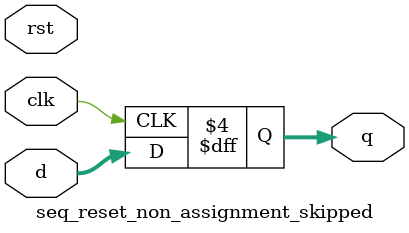
<source format=sv>

module seq_reset_non_assignment_skipped(
  input logic clk,
  input logic rst,
  input logic [7:0] d,
  output logic [7:0] q
);
  // Unsupported extraction case: reset branch is not a single assignment.
  always_ff @(posedge clk) begin
    if (rst) begin
      q <= d;
      q <= d;
    end else q <= d;
  end
endmodule

</source>
